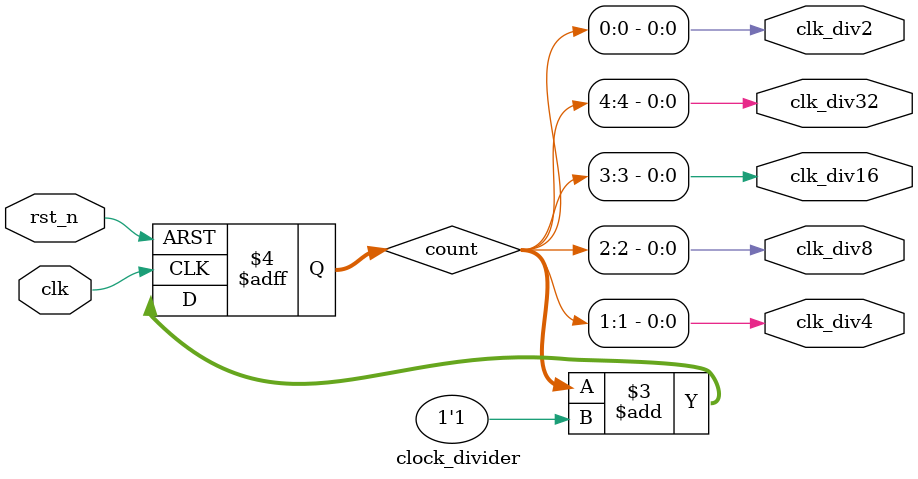
<source format=sv>
module clock_divider (
    input  logic clk,        // Input Master Clock
    input  logic rst_n,      // Active-low asynchronous reset
    output logic clk_div2,   // Divide by 2
    output logic clk_div4,   // Divide by 4
    output logic clk_div8,   // Divide by 8
    output logic clk_div16,  // Divide by 16
    output logic clk_div32   // Divide by 32
);

  logic [4:0] count;

  always_ff @(posedge clk or negedge rst_n) begin
    if (!rst_n) begin
      count <= 5'b0;
    end else begin
      count <= count + 1'b1;
    end
  end

  // Assigning counter bits to output clocks
  // Bit 0 toggles every 1 clk cycle (Period = 2x input)
  // Bit 1 toggles every 2 clk cycles (Period = 4x input)
  assign clk_div2  = count[0];
  assign clk_div4  = count[1];
  assign clk_div8  = count[2];
  assign clk_div16 = count[3];
  assign clk_div32 = count[4];

endmodule

</source>
